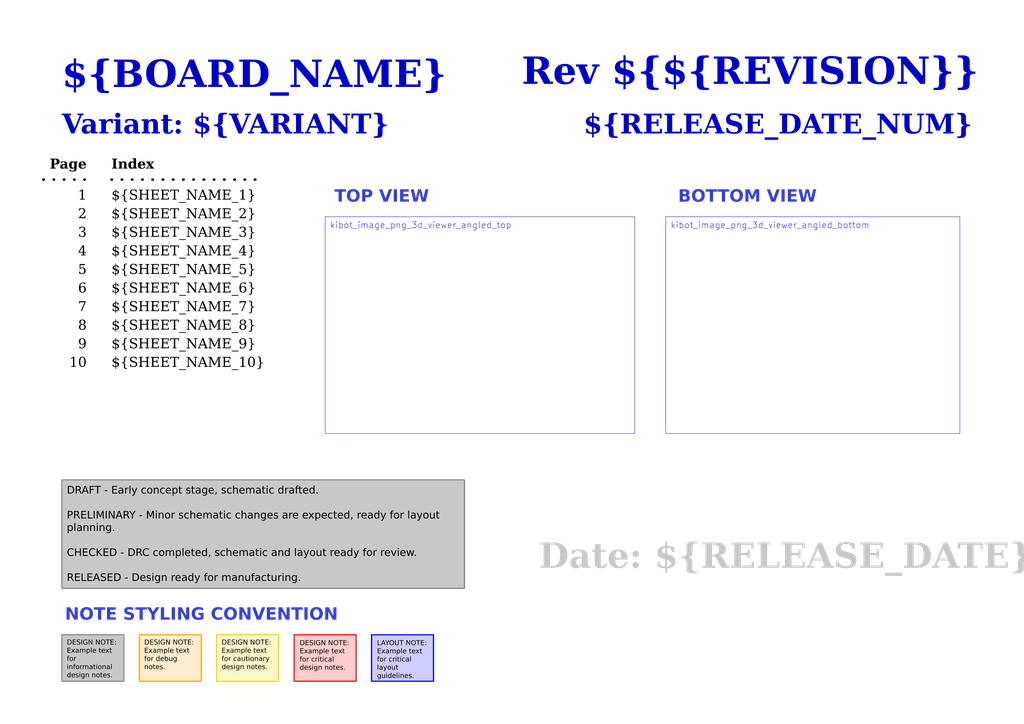
<source format=kicad_sch>
(kicad_sch
	(version 20250114)
	(generator "eeschema")
	(generator_version "9.0")
	(uuid "f9e05184-c88b-4a88-ae9c-ab2bdb32be7c")
	(paper "A3")
	(title_block
		(date "2025-12-20")
		(rev "${REVISION}")
		(company "${COMPANY}")
		(comment 9 "NA")
	)
	(lib_symbols)
	(text "Variant: ${VARIANT}"
		(exclude_from_sim no)
		(at 25.4 58.42 0)
		(effects
			(font
				(face "Times New Roman")
				(size 8 8)
				(thickness 1)
				(bold yes)
				(color 0 0 194 1)
			)
			(justify left bottom)
		)
		(uuid "000ea912-7563-47e5-be4a-8607b961f825")
	)
	(text "${SHEET_NAME_5}"
		(exclude_from_sim no)
		(at 45.72 114.3 0)
		(effects
			(font
				(face "Times New Roman")
				(size 4 4)
				(color 0 0 0 1)
			)
			(justify left bottom)
			(href "#7")
		)
		(uuid "09a8b001-8e04-4cc1-8d9b-8535bd79adf1")
	)
	(text "7"
		(exclude_from_sim no)
		(at 35.56 129.54 0)
		(effects
			(font
				(face "Times New Roman")
				(size 4 4)
				(color 0 0 0 1)
			)
			(justify right bottom)
			(href "#7")
		)
		(uuid "1c576109-caea-431e-8644-8543de749b79")
	)
	(text "${SHEET_NAME_8}"
		(exclude_from_sim no)
		(at 45.72 137.16 0)
		(effects
			(font
				(face "Times New Roman")
				(size 4 4)
				(color 0 0 0 1)
			)
			(justify left bottom)
			(href "#8")
		)
		(uuid "28b58a16-122b-49e8-afa7-48c2618dc53d")
	)
	(text "10"
		(exclude_from_sim no)
		(at 35.56 152.4 0)
		(effects
			(font
				(face "Times New Roman")
				(size 4 4)
				(color 0 0 0 1)
			)
			(justify right bottom)
			(href "#10")
		)
		(uuid "29df70b5-9e00-4105-9e4f-bc7dc20e3f72")
	)
	(text "${SHEET_NAME_2}"
		(exclude_from_sim no)
		(at 45.72 91.44 0)
		(effects
			(font
				(face "Times New Roman")
				(size 4 4)
				(color 0 0 0 1)
			)
			(justify left bottom)
			(href "#2")
		)
		(uuid "29fb83bd-9708-49c1-a835-3671e07a7b95")
	)
	(text "Page"
		(exclude_from_sim no)
		(at 35.56 71.12 0)
		(effects
			(font
				(face "Times New Roman")
				(size 4 4)
				(bold yes)
				(color 0 0 0 1)
			)
			(justify right bottom)
		)
		(uuid "31a5a95f-a57b-403a-98da-2e1fbe2b2295")
	)
	(text "${RELEASE_DATE_NUM}"
		(exclude_from_sim no)
		(at 398.78 58.42 0)
		(effects
			(font
				(face "Times New Roman")
				(size 7.9756 7.9756)
				(thickness 1)
				(bold yes)
				(color 0 0 194 1)
			)
			(justify right bottom)
		)
		(uuid "41e90dbf-cdb3-4f5b-b829-1b84a76a5924")
	)
	(text "1"
		(exclude_from_sim no)
		(at 35.56 83.82 0)
		(effects
			(font
				(face "Times New Roman")
				(size 4 4)
				(color 0 0 0 1)
			)
			(justify right bottom)
			(href "#1")
		)
		(uuid "4b0ed47a-9b59-42f0-a2af-ecaccf5a89c3")
	)
	(text "${SHEET_NAME_6}"
		(exclude_from_sim no)
		(at 45.72 121.92 0)
		(effects
			(font
				(face "Times New Roman")
				(size 4 4)
				(color 0 0 0 1)
			)
			(justify left bottom)
			(href "#6")
		)
		(uuid "58cf0eb5-a6da-463e-aeda-fbe87a3cd079")
	)
	(text "Rev ${REVISION}"
		(exclude_from_sim no)
		(at 401.32 39.37 0)
		(effects
			(font
				(face "Times New Roman")
				(size 11 11)
				(thickness 1)
				(bold yes)
				(color 0 0 194 1)
			)
			(justify right bottom)
		)
		(uuid "6d1761f6-980b-4588-8313-1bd3d937c291")
	)
	(text "BOTTOM VIEW"
		(exclude_from_sim no)
		(at 278.13 85.09 0)
		(effects
			(font
				(face "Arial")
				(size 5 5)
				(bold yes)
				(color 53 60 207 1)
			)
			(justify left bottom)
		)
		(uuid "703db123-558f-4f87-9ff5-c08a220fcdc6")
	)
	(text "2"
		(exclude_from_sim no)
		(at 35.56 91.44 0)
		(effects
			(font
				(face "Times New Roman")
				(size 4 4)
				(color 0 0 0 1)
			)
			(justify right bottom)
			(href "#2")
		)
		(uuid "761d5be9-e72f-40b6-b87c-29a6aedc1cd0")
	)
	(text "3"
		(exclude_from_sim no)
		(at 35.56 99.06 0)
		(effects
			(font
				(face "Times New Roman")
				(size 4 4)
				(color 0 0 0 1)
			)
			(justify right bottom)
			(href "#3")
		)
		(uuid "7e0f51ce-8c6b-42f9-82d1-98045fd01389")
	)
	(text "Date: ${RELEASE_DATE}"
		(exclude_from_sim no)
		(at 220.98 237.49 0)
		(effects
			(font
				(face "Times New Roman")
				(size 10.16 10.16)
				(thickness 0.6)
				(bold yes)
				(color 200 200 200 1)
			)
			(justify left bottom)
		)
		(uuid "87564db8-be77-4805-a256-abae1e9d7c5b")
	)
	(text "${SHEET_NAME_7}"
		(exclude_from_sim no)
		(at 45.72 129.54 0)
		(effects
			(font
				(face "Times New Roman")
				(size 4 4)
				(color 0 0 0 1)
			)
			(justify left bottom)
			(href "#7")
		)
		(uuid "89dd6e8c-069a-4815-966a-9a118eca524b")
	)
	(text "5"
		(exclude_from_sim no)
		(at 35.56 114.3 0)
		(effects
			(font
				(face "Times New Roman")
				(size 4 4)
				(color 0 0 0 1)
			)
			(justify right bottom)
			(href "#5")
		)
		(uuid "8b821864-881a-4cb0-856b-2d9a97f6404e")
	)
	(text "${BOARD_NAME}"
		(exclude_from_sim no)
		(at 25.4 40.64 0)
		(effects
			(font
				(face "Times New Roman")
				(size 11 11)
				(thickness 1)
				(bold yes)
				(color 0 0 194 1)
			)
			(justify left bottom)
		)
		(uuid "8cf431a6-8908-4048-b4aa-271da433a961")
	)
	(text "${SHEET_NAME_1}"
		(exclude_from_sim no)
		(at 45.72 83.82 0)
		(effects
			(font
				(face "Times New Roman")
				(size 4 4)
				(color 0 0 0 1)
			)
			(justify left bottom)
			(href "#1")
		)
		(uuid "afc0bb31-890a-4961-a87a-e0895bcdf665")
	)
	(text "${SHEET_NAME_9}"
		(exclude_from_sim no)
		(at 45.72 144.78 0)
		(effects
			(font
				(face "Times New Roman")
				(size 4 4)
				(color 0 0 0 1)
			)
			(justify left bottom)
			(href "#9")
		)
		(uuid "b5ff3e63-17a3-45d1-8810-34d8d7fe669a")
	)
	(text "8"
		(exclude_from_sim no)
		(at 35.56 137.16 0)
		(effects
			(font
				(face "Times New Roman")
				(size 4 4)
				(color 0 0 0 1)
			)
			(justify right bottom)
			(href "#8")
		)
		(uuid "bc946718-a2ab-40c8-8097-9c7e05954e3f")
	)
	(text "${SHEET_NAME_3}"
		(exclude_from_sim no)
		(at 45.72 99.06 0)
		(effects
			(font
				(face "Times New Roman")
				(size 4 4)
				(color 0 0 0 1)
			)
			(justify left bottom)
			(href "#3")
		)
		(uuid "c47fb2b3-a3ce-4ab0-8283-8dc8a58975c2")
	)
	(text "TOP VIEW"
		(exclude_from_sim no)
		(at 137.16 85.09 0)
		(effects
			(font
				(face "Arial")
				(size 5 5)
				(bold yes)
				(color 53 60 207 1)
			)
			(justify left bottom)
		)
		(uuid "ce023428-5906-4952-b62a-b62507403698")
	)
	(text "${SHEET_NAME_10}"
		(exclude_from_sim no)
		(at 45.72 152.4 0)
		(effects
			(font
				(face "Times New Roman")
				(size 4 4)
				(color 0 0 0 1)
			)
			(justify left bottom)
			(href "#10")
		)
		(uuid "d794f70b-0900-43e4-9530-3b5babcc433e")
	)
	(text "Index"
		(exclude_from_sim no)
		(at 45.72 71.12 0)
		(effects
			(font
				(face "Times New Roman")
				(size 4 4)
				(bold yes)
				(color 0 0 0 1)
			)
			(justify left bottom)
		)
		(uuid "e26ac9c4-c495-4cb1-ac42-54859d23390e")
	)
	(text "6"
		(exclude_from_sim no)
		(at 35.56 121.92 0)
		(effects
			(font
				(face "Times New Roman")
				(size 4 4)
				(color 0 0 0 1)
			)
			(justify right bottom)
			(href "#6")
		)
		(uuid "ea04c009-8a6e-4df8-a10e-287d81493227")
	)
	(text "${SHEET_NAME_4}"
		(exclude_from_sim no)
		(at 45.72 106.68 0)
		(effects
			(font
				(face "Times New Roman")
				(size 4 4)
				(color 0 0 0 1)
			)
			(justify left bottom)
			(href "#4")
		)
		(uuid "f38b3e41-64f1-4162-9fc3-42a2ad6ca733")
	)
	(text "9"
		(exclude_from_sim no)
		(at 35.56 144.78 0)
		(effects
			(font
				(face "Times New Roman")
				(size 4 4)
				(color 0 0 0 1)
			)
			(justify right bottom)
			(href "#9")
		)
		(uuid "f5bbe170-3943-4a40-9782-9cbd23ca5c03")
	)
	(text "4"
		(exclude_from_sim no)
		(at 35.56 106.68 0)
		(effects
			(font
				(face "Times New Roman")
				(size 4 4)
				(color 0 0 0 1)
			)
			(justify right bottom)
			(href "#4")
		)
		(uuid "f9755639-0775-4570-b6a2-9829625b15ba")
	)
	(text "NOTE STYLING CONVENTION"
		(exclude_from_sim no)
		(at 26.67 256.54 0)
		(effects
			(font
				(face "Arial")
				(size 5 5)
				(bold yes)
				(color 53 60 207 1)
			)
			(justify left bottom)
		)
		(uuid "faea8a5f-3a8f-49cb-9832-569be941b06b")
	)
	(text_box "DESIGN NOTE:\nExample text for cautionary design notes."
		(exclude_from_sim no)
		(at 88.9 260.35 0)
		(size 25.4 19.05)
		(margins 2 2 2 2)
		(stroke
			(width 0.508)
			(type solid)
			(color 239 214 0 1)
		)
		(fill
			(type color)
			(color 250 247 201 1)
		)
		(effects
			(font
				(face "Arial")
				(size 2 2)
				(color 0 0 0 1)
			)
			(justify left top)
		)
		(uuid "14407e09-ee6c-4b22-86d1-36d73a33e664")
	)
	(text_box "DESIGN NOTE:\nExample text for debug notes."
		(exclude_from_sim no)
		(at 57.15 260.35 0)
		(size 25.4 19.05)
		(margins 2 2 2 2)
		(stroke
			(width 0.508)
			(type solid)
			(color 255 165 0 1)
		)
		(fill
			(type color)
			(color 255 235 205 1)
		)
		(effects
			(font
				(face "Arial")
				(size 2 2)
				(color 0 0 0 1)
			)
			(justify left top)
		)
		(uuid "1499d9a9-9f29-4929-8df7-74d84823ddfb")
	)
	(text_box "DESIGN NOTE:\nExample text for critical design notes."
		(exclude_from_sim no)
		(at 120.65 260.35 0)
		(size 25.4 19.05)
		(margins 2.25 2.25 2.25 2.25)
		(stroke
			(width 0.508)
			(type solid)
			(color 255 0 0 1)
		)
		(fill
			(type color)
			(color 255 205 205 1)
		)
		(effects
			(font
				(face "Arial")
				(size 2 2)
				(thickness 0.4)
				(color 0 0 0 1)
			)
			(justify left top)
		)
		(uuid "1c311692-d683-4cdf-ac31-77bcdd4c4b39")
	)
	(text_box "LAYOUT NOTE:\nExample text for critical layout guidelines."
		(exclude_from_sim no)
		(at 152.4 260.35 0)
		(size 25.4 19.05)
		(margins 2.25 2.25 2.25 2.25)
		(stroke
			(width 0.508)
			(type solid)
			(color 0 0 255 1)
		)
		(fill
			(type color)
			(color 205 205 255 1)
		)
		(effects
			(font
				(face "Arial")
				(size 2 2)
				(thickness 0.4)
				(color 0 0 0 1)
			)
			(justify left top)
		)
		(uuid "2efa106d-749e-4c2c-a05c-8429f99997c2")
	)
	(text_box "kibot_image_png_3d_viewer_angled_bottom"
		(exclude_from_sim no)
		(at 273.05 88.9 0)
		(size 120.65 88.9)
		(margins 1.905 1.905 1.905 1.905)
		(stroke
			(width 0)
			(type default)
		)
		(fill
			(type none)
		)
		(effects
			(font
				(size 2.54 2.54)
			)
			(justify left top)
		)
		(uuid "33c3f6da-ba9e-4d58-9257-d85394a72b7b")
	)
	(text_box "DESIGN NOTE:\nExample text for informational design notes."
		(exclude_from_sim no)
		(at 25.4 260.35 0)
		(size 25.4 19.05)
		(margins 2 2 2 2)
		(stroke
			(width 0.508)
			(type solid)
			(color 132 132 132 1)
		)
		(fill
			(type color)
			(color 200 200 200 1)
		)
		(effects
			(font
				(face "Arial")
				(size 2 2)
				(color 0 0 0 1)
			)
			(justify left top)
		)
		(uuid "5018a9e1-9f76-429f-8094-85eee2236cda")
	)
	(text_box "kibot_image_png_3d_viewer_angled_top"
		(exclude_from_sim no)
		(at 133.35 88.9 0)
		(size 127 88.9)
		(margins 1.905 1.905 1.905 1.905)
		(stroke
			(width 0)
			(type default)
		)
		(fill
			(type none)
		)
		(effects
			(font
				(size 2.54 2.54)
			)
			(justify left top)
		)
		(uuid "62b01781-ae4a-4e68-9a17-1436f3c897e5")
	)
	(text_box "DRAFT - Early concept stage, schematic drafted.\n\nPRELIMINARY - Minor schematic changes are expected, ready for layout planning.\n\nCHECKED - DRC completed, schematic and layout ready for review.\n\nRELEASED - Design ready for manufacturing."
		(exclude_from_sim no)
		(at 25.4 196.85 0)
		(size 165.1 44.45)
		(margins 2 2 2 2)
		(stroke
			(width 0.508)
			(type solid)
			(color 132 132 132 1)
		)
		(fill
			(type color)
			(color 200 200 200 1)
		)
		(effects
			(font
				(face "Arial")
				(size 3.048 3.048)
				(color 0 0 0 1)
			)
			(justify left)
		)
		(uuid "b123bb8e-472c-479d-8b0e-9f9ca1c788ad")
	)
	(polyline
		(pts
			(xy 45.72 73.66) (xy 106.68 73.66)
		)
		(stroke
			(width 1)
			(type dot)
			(color 0 0 0 1)
		)
		(uuid "0b94fcf5-1891-4585-9535-4e190090991a")
	)
	(polyline
		(pts
			(xy 17.78 73.66) (xy 35.56 73.66)
		)
		(stroke
			(width 1)
			(type dot)
			(color 0 0 0 1)
		)
		(uuid "a3703ec8-87d6-4c32-a8ca-249d86e6160c")
	)
	(sheet
		(at 340.36 302.26)
		(size 35.56 5.08)
		(exclude_from_sim no)
		(in_bom yes)
		(on_board yes)
		(dnp no)
		(stroke
			(width 0)
			(type solid)
		)
		(fill
			(color 0 0 0 0.0000)
		)
		(uuid "6e125bd6-2f99-4e5d-b3ea-4899f4540739")
		(property "Sheetname" "Revision History"
			(at 340.36 300.99 0)
			(effects
				(font
					(face "Times New Roman")
					(size 1.905 1.905)
					(bold yes)
					(color 0 0 0 1)
				)
				(justify left bottom)
			)
		)
		(property "Sheetfile" "Revision History.kicad_sch"
			(at 340.995 303.53 0)
			(effects
				(font
					(face "Arial")
					(size 1.27 1.27)
				)
				(justify left top)
			)
		)
		(instances
			(project "StepUp_module_12to450V"
				(path "/f9e05184-c88b-4a88-ae9c-ab2bdb32be7c"
					(page "4")
				)
			)
		)
	)
	(sheet
		(at 299.72 302.26)
		(size 35.56 5.08)
		(exclude_from_sim no)
		(in_bom yes)
		(on_board yes)
		(dnp no)
		(stroke
			(width 0.1524)
			(type solid)
		)
		(fill
			(color 0 0 0 0.0000)
		)
		(uuid "82da9dbf-ba38-4d08-ba35-a220fa2963b1")
		(property "Sheetname" "Block Diagram"
			(at 299.72 301.2309 0)
			(effects
				(font
					(face "Times New Roman")
					(size 1.905 1.905)
					(bold yes)
					(color 0 0 0 1)
				)
				(justify left bottom)
			)
		)
		(property "Sheetfile" "Block Diagram.kicad_sch"
			(at 300.99 303.53 0)
			(effects
				(font
					(face "Arial")
					(size 1.27 1.27)
				)
				(justify left top)
			)
		)
		(instances
			(project "StepUp_module_12to450V"
				(path "/f9e05184-c88b-4a88-ae9c-ab2bdb32be7c"
					(page "2")
				)
			)
		)
	)
	(sheet_instances
		(path "/"
			(page "1")
		)
	)
	(embedded_fonts no)
)

</source>
